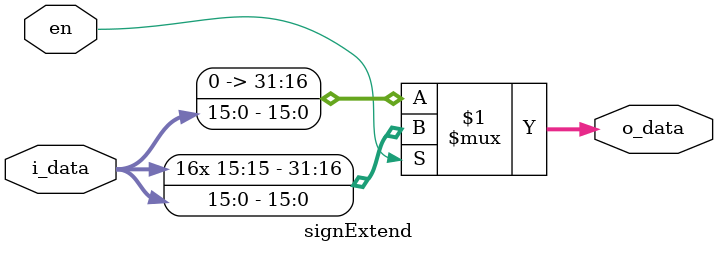
<source format=v>
module signExtend(i_data, en, o_data);
input   [15:0]  i_data;
input	en;
output  [31:0]  o_data;


assign o_data = ( en ) ? { {(31-15){i_data[15]}}, i_data} : {16'b0, i_data};


endmodule



</source>
